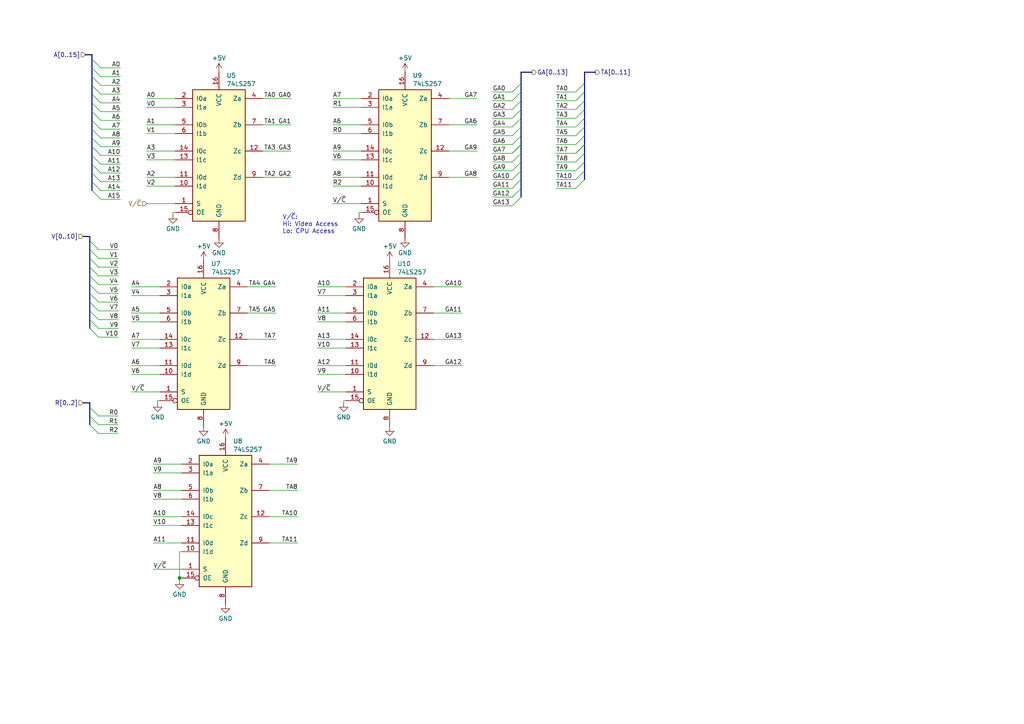
<source format=kicad_sch>
(kicad_sch (version 20231120) (generator "eeschema") (generator_version "8.0")
  (paper "A4")
  (title_block (title "EVA 86 (Epson Video Adapter)") (date "2024-10-12") (rev "v0.1") (company "100% Offner"))
  (lib_symbols
    (symbol "74xx:74LS257" (pin_names (offset 1.016))
      (property "Reference" "U" (at -7.62 19.05 0))
      (property "Value" "74LS257" (at -7.62 -21.59 0))
      (symbol "74LS257_1_0"
        (pin input line (at -12.7 -15.24 0) (length 5.08) (name "S") (number "1"))
        (pin input line (at -12.7 -10.16 0) (length 5.08) (name "I1d") (number "10"))
        (pin input line (at -12.7 -7.62 0) (length 5.08) (name "I0d") (number "11"))
        (pin tri_state line (at 12.7 0 180) (length 5.08) (name "Zc") (number "12"))
        (pin input line (at -12.7 -2.54 0) (length 5.08) (name "I1c") (number "13"))
        (pin input line (at -12.7 0 0) (length 5.08) (name "I0c") (number "14"))
        (pin input inverted (at -12.7 -17.78 0) (length 5.08) (name "OE") (number "15"))
        (pin power_in line (at 0 22.86 270) (length 5.08) (name "VCC") (number "16"))
        (pin input line (at -12.7 15.24 0) (length 5.08) (name "I0a") (number "2"))
        (pin input line (at -12.7 12.7 0) (length 5.08) (name "I1a") (number "3"))
        (pin tri_state line (at 12.7 15.24 180) (length 5.08) (name "Za") (number "4"))
        (pin input line (at -12.7 7.62 0) (length 5.08) (name "I0b") (number "5"))
        (pin input line (at -12.7 5.08 0) (length 5.08) (name "I1b") (number "6"))
        (pin tri_state line (at 12.7 7.62 180) (length 5.08) (name "Zb") (number "7"))
        (pin power_in line (at 0 -25.4 90) (length 5.08) (name "GND") (number "8"))
        (pin tri_state line (at 12.7 -7.62 180) (length 5.08) (name "Zd") (number "9"))
      )
      (symbol "74LS257_1_1"
        (rectangle (start -7.62 17.78) (end 7.62 -20.32) (stroke (width 0.254)) (fill (type background)))
      )
    )
    (symbol "power:+5V" (power) (pin_names (offset 0))
      (property "Value" "+5V" (at 0 3.556 0))
      (symbol "+5V_0_1"
        (polyline (pts (xy -0.762 1.27) (xy 0 2.54)))
        (polyline (pts (xy 0 0) (xy 0 2.54)))
        (polyline (pts (xy 0 2.54) (xy 0.762 1.27)))
      )
      (symbol "+5V_1_1"
        (pin power_in line (at 0 0 90) (length 0) hide (name "+5V") (number "1"))
      )
    )
    (symbol "power:GND" (power) (pin_names (offset 0))
      (property "Value" "GND" (at 0 -3.81 0))
      (symbol "GND_0_1"
        (polyline (pts (xy 0 0) (xy 0 -1.27) (xy 1.27 -1.27) (xy 0 -2.54) (xy -1.27 -1.27) (xy 0 -1.27)))
      )
      (symbol "GND_1_1"
        (pin power_in line (at 0 0 270) (length 0) hide (name "GND") (number "1"))
      )
    )
  )
  (junction (at 52.07 167.64))
  (bus_entry (at 169.545 44.45) (size -2.54 2.54))
  (bus_entry (at 26.67 50.165) (size 2.54 2.54))
  (bus_entry (at 151.13 36.83) (size -2.54 2.54))
  (bus_entry (at 26.035 90.17) (size 2.54 2.54))
  (bus_entry (at 151.13 41.91) (size -2.54 2.54))
  (bus_entry (at 26.035 118.11) (size 2.54 2.54))
  (bus_entry (at 26.035 82.55) (size 2.54 2.54))
  (bus_entry (at 169.545 29.21) (size -2.54 2.54))
  (bus_entry (at 26.035 72.39) (size 2.54 2.54))
  (bus_entry (at 26.035 87.63) (size 2.54 2.54))
  (bus_entry (at 26.035 123.19) (size 2.54 2.54))
  (bus_entry (at 26.67 52.705) (size 2.54 2.54))
  (bus_entry (at 151.13 46.99) (size -2.54 2.54))
  (bus_entry (at 26.67 22.225) (size 2.54 2.54))
  (bus_entry (at 151.13 29.21) (size -2.54 2.54))
  (bus_entry (at 169.545 52.07) (size -2.54 2.54))
  (bus_entry (at 169.545 39.37) (size -2.54 2.54))
  (bus_entry (at 169.545 34.29) (size -2.54 2.54))
  (bus_entry (at 169.545 24.13) (size -2.54 2.54))
  (bus_entry (at 151.13 31.75) (size -2.54 2.54))
  (bus_entry (at 26.035 92.71) (size 2.54 2.54))
  (bus_entry (at 151.13 57.15) (size -2.54 2.54))
  (bus_entry (at 151.13 52.07) (size -2.54 2.54))
  (bus_entry (at 151.13 41.91) (size -2.54 2.54))
  (bus_entry (at 169.545 46.99) (size -2.54 2.54))
  (bus_entry (at 26.67 19.685) (size 2.54 2.54))
  (bus_entry (at 169.545 41.91) (size -2.54 2.54))
  (bus_entry (at 26.035 74.93) (size 2.54 2.54))
  (bus_entry (at 151.13 39.37) (size -2.54 2.54))
  (bus_entry (at 26.67 42.545) (size 2.54 2.54))
  (bus_entry (at 26.67 47.625) (size 2.54 2.54))
  (bus_entry (at 26.035 85.09) (size 2.54 2.54))
  (bus_entry (at 26.035 69.85) (size 2.54 2.54))
  (bus_entry (at 26.67 24.765) (size 2.54 2.54))
  (bus_entry (at 169.545 36.83) (size -2.54 2.54))
  (bus_entry (at 169.545 49.53) (size -2.54 2.54))
  (bus_entry (at 26.67 17.145) (size 2.54 2.54))
  (bus_entry (at 151.13 44.45) (size -2.54 2.54))
  (bus_entry (at 169.545 41.91) (size -2.54 2.54))
  (bus_entry (at 26.67 55.245) (size 2.54 2.54))
  (bus_entry (at 26.67 40.005) (size 2.54 2.54))
  (bus_entry (at 26.67 37.465) (size 2.54 2.54))
  (bus_entry (at 151.13 49.53) (size -2.54 2.54))
  (bus_entry (at 151.13 54.61) (size -2.54 2.54))
  (bus_entry (at 26.035 77.47) (size 2.54 2.54))
  (bus_entry (at 169.545 31.75) (size -2.54 2.54))
  (bus_entry (at 26.035 120.65) (size 2.54 2.54))
  (bus_entry (at 26.67 34.925) (size 2.54 2.54))
  (bus_entry (at 151.13 24.13) (size -2.54 2.54))
  (bus_entry (at 26.67 32.385) (size 2.54 2.54))
  (bus_entry (at 169.545 26.67) (size -2.54 2.54))
  (bus_entry (at 26.035 80.01) (size 2.54 2.54))
  (bus_entry (at 151.13 26.67) (size -2.54 2.54))
  (bus_entry (at 26.67 27.305) (size 2.54 2.54))
  (bus_entry (at 26.035 95.25) (size 2.54 2.54))
  (bus_entry (at 26.67 29.845) (size 2.54 2.54))
  (bus_entry (at 26.67 45.085) (size 2.54 2.54))
  (bus_entry (at 151.13 34.29) (size -2.54 2.54))
  (bus (pts (xy 24.13 116.84) (xy 26.035 116.84)))
  (wire (pts (xy 148.59 49.53) (xy 142.875 49.53)))
  (wire (pts (xy 96.52 53.975) (xy 104.775 53.975)))
  (bus (pts (xy 26.67 24.765) (xy 26.67 27.305)))
  (bus (pts (xy 26.67 45.085) (xy 26.67 47.625)))
  (wire (pts (xy 167.005 36.83) (xy 161.29 36.83)))
  (wire (pts (xy 50.165 61.595) (xy 50.8 61.595)))
  (bus (pts (xy 26.035 77.47) (xy 26.035 80.01)))
  (wire (pts (xy 42.545 43.815) (xy 50.8 43.815)))
  (wire (pts (xy 76.2 36.195) (xy 84.455 36.195)))
  (wire (pts (xy 96.52 43.815) (xy 104.775 43.815)))
  (bus (pts (xy 26.035 68.58) (xy 26.035 69.85)))
  (bus (pts (xy 26.035 116.84) (xy 26.035 118.11)))
  (wire (pts (xy 167.005 54.61) (xy 161.29 54.61)))
  (wire (pts (xy 38.1 98.425) (xy 46.355 98.425)))
  (bus (pts (xy 26.67 42.545) (xy 26.67 45.085)))
  (wire (pts (xy 92.075 108.585) (xy 100.33 108.585)))
  (wire (pts (xy 167.005 34.29) (xy 161.29 34.29)))
  (wire (pts (xy 44.45 137.16) (xy 52.705 137.16)))
  (wire (pts (xy 28.575 97.79) (xy 34.29 97.79)))
  (bus (pts (xy 169.545 46.99) (xy 169.545 49.53)))
  (wire (pts (xy 44.45 134.62) (xy 52.705 134.62)))
  (wire (pts (xy 42.545 53.975) (xy 50.8 53.975)))
  (wire (pts (xy 148.59 36.83) (xy 142.875 36.83)))
  (bus (pts (xy 26.67 37.465) (xy 26.67 40.005)))
  (wire (pts (xy 148.59 46.99) (xy 142.875 46.99)))
  (wire (pts (xy 28.575 125.73) (xy 34.29 125.73)))
  (wire (pts (xy 167.005 29.21) (xy 161.29 29.21)))
  (wire (pts (xy 44.45 157.48) (xy 52.705 157.48)))
  (wire (pts (xy 96.52 36.195) (xy 104.775 36.195)))
  (wire (pts (xy 29.21 24.765) (xy 34.925 24.765)))
  (wire (pts (xy 130.175 51.435) (xy 138.43 51.435)))
  (wire (pts (xy 78.105 157.48) (xy 86.36 157.48)))
  (bus (pts (xy 26.035 72.39) (xy 26.035 74.93)))
  (wire (pts (xy 92.075 93.345) (xy 100.33 93.345)))
  (wire (pts (xy 148.59 52.07) (xy 142.875 52.07)))
  (wire (pts (xy 42.545 31.115) (xy 50.8 31.115)))
  (wire (pts (xy 148.59 34.29) (xy 142.875 34.29)))
  (wire (pts (xy 167.005 44.45) (xy 161.29 44.45)))
  (wire (pts (xy 28.575 90.17) (xy 34.29 90.17)))
  (wire (pts (xy 71.755 83.185) (xy 80.01 83.185)))
  (wire (pts (xy 52.07 167.64) (xy 52.07 168.275)))
  (wire (pts (xy 45.72 116.205) (xy 45.72 116.84)))
  (wire (pts (xy 42.545 46.355) (xy 50.8 46.355)))
  (bus (pts (xy 169.545 49.53) (xy 169.545 52.07)))
  (bus (pts (xy 26.67 19.685) (xy 26.67 22.225)))
  (wire (pts (xy 28.575 80.01) (xy 34.29 80.01)))
  (wire (pts (xy 29.21 37.465) (xy 34.925 37.465)))
  (wire (pts (xy 125.73 98.425) (xy 133.985 98.425)))
  (bus (pts (xy 26.67 27.305) (xy 26.67 29.845)))
  (bus (pts (xy 151.13 54.61) (xy 151.13 57.15)))
  (wire (pts (xy 92.075 98.425) (xy 100.33 98.425)))
  (bus (pts (xy 26.67 47.625) (xy 26.67 50.165)))
  (wire (pts (xy 29.21 27.305) (xy 34.925 27.305)))
  (wire (pts (xy 92.075 85.725) (xy 100.33 85.725)))
  (wire (pts (xy 148.59 26.67) (xy 142.875 26.67)))
  (wire (pts (xy 38.1 85.725) (xy 46.355 85.725)))
  (wire (pts (xy 96.52 28.575) (xy 104.775 28.575)))
  (wire (pts (xy 29.21 55.245) (xy 34.925 55.245)))
  (bus (pts (xy 169.545 26.67) (xy 169.545 29.21)))
  (wire (pts (xy 167.005 49.53) (xy 161.29 49.53)))
  (wire (pts (xy 38.1 113.665) (xy 46.355 113.665)))
  (bus (pts (xy 26.035 90.17) (xy 26.035 92.71)))
  (wire (pts (xy 167.005 39.37) (xy 161.29 39.37)))
  (wire (pts (xy 42.545 36.195) (xy 50.8 36.195)))
  (wire (pts (xy 28.575 87.63) (xy 34.29 87.63)))
  (bus (pts (xy 26.035 92.71) (xy 26.035 95.25)))
  (bus (pts (xy 24.765 15.875) (xy 26.67 15.875)))
  (wire (pts (xy 50.165 61.595) (xy 50.165 62.23)))
  (wire (pts (xy 96.52 38.735) (xy 104.775 38.735)))
  (bus (pts (xy 169.545 29.21) (xy 169.545 31.75)))
  (bus (pts (xy 151.13 24.13) (xy 151.13 26.67)))
  (wire (pts (xy 125.73 106.045) (xy 133.985 106.045)))
  (bus (pts (xy 26.035 85.09) (xy 26.035 87.63)))
  (wire (pts (xy 29.21 50.165) (xy 34.925 50.165)))
  (wire (pts (xy 38.1 108.585) (xy 46.355 108.585)))
  (wire (pts (xy 148.59 31.75) (xy 142.875 31.75)))
  (bus (pts (xy 151.13 20.955) (xy 151.13 24.13)))
  (bus (pts (xy 151.13 39.37) (xy 151.13 41.91)))
  (wire (pts (xy 130.175 36.195) (xy 138.43 36.195)))
  (wire (pts (xy 52.07 167.64) (xy 52.705 167.64)))
  (wire (pts (xy 44.45 142.24) (xy 52.705 142.24)))
  (wire (pts (xy 167.005 26.67) (xy 161.29 26.67)))
  (bus (pts (xy 26.035 118.11) (xy 26.035 120.65)))
  (wire (pts (xy 125.73 83.185) (xy 133.985 83.185)))
  (wire (pts (xy 96.52 59.055) (xy 104.775 59.055)))
  (bus (pts (xy 26.67 29.845) (xy 26.67 32.385)))
  (wire (pts (xy 28.575 72.39) (xy 34.29 72.39)))
  (wire (pts (xy 38.1 90.805) (xy 46.355 90.805)))
  (bus (pts (xy 169.545 20.955) (xy 169.545 24.13)))
  (wire (pts (xy 29.21 32.385) (xy 34.925 32.385)))
  (wire (pts (xy 42.545 38.735) (xy 50.8 38.735)))
  (bus (pts (xy 151.13 31.75) (xy 151.13 34.29)))
  (wire (pts (xy 78.105 149.86) (xy 86.36 149.86)))
  (wire (pts (xy 125.73 90.805) (xy 133.985 90.805)))
  (wire (pts (xy 71.755 98.425) (xy 80.01 98.425)))
  (wire (pts (xy 130.175 43.815) (xy 138.43 43.815)))
  (wire (pts (xy 92.075 106.045) (xy 100.33 106.045)))
  (wire (pts (xy 42.545 59.055) (xy 50.8 59.055)))
  (wire (pts (xy 167.005 52.07) (xy 161.29 52.07)))
  (bus (pts (xy 26.67 22.225) (xy 26.67 24.765)))
  (wire (pts (xy 148.59 59.69) (xy 142.875 59.69)))
  (wire (pts (xy 130.175 28.575) (xy 138.43 28.575)))
  (wire (pts (xy 28.575 92.71) (xy 34.29 92.71)))
  (bus (pts (xy 26.035 80.01) (xy 26.035 82.55)))
  (wire (pts (xy 28.575 120.65) (xy 34.29 120.65)))
  (bus (pts (xy 151.13 34.29) (xy 151.13 36.83)))
  (wire (pts (xy 76.2 51.435) (xy 84.455 51.435)))
  (bus (pts (xy 24.13 68.58) (xy 26.035 68.58)))
  (bus (pts (xy 26.67 34.925) (xy 26.67 37.465)))
  (wire (pts (xy 161.29 41.91) (xy 167.005 41.91)))
  (bus (pts (xy 26.035 82.55) (xy 26.035 85.09)))
  (wire (pts (xy 28.575 85.09) (xy 34.29 85.09)))
  (wire (pts (xy 92.075 83.185) (xy 100.33 83.185)))
  (wire (pts (xy 29.21 57.785) (xy 34.925 57.785)))
  (wire (pts (xy 28.575 82.55) (xy 34.29 82.55)))
  (wire (pts (xy 29.21 45.085) (xy 34.925 45.085)))
  (wire (pts (xy 52.705 160.02) (xy 52.07 160.02)))
  (bus (pts (xy 26.035 120.65) (xy 26.035 123.19)))
  (wire (pts (xy 28.575 95.25) (xy 34.29 95.25)))
  (bus (pts (xy 26.67 32.385) (xy 26.67 34.925)))
  (wire (pts (xy 142.875 41.91) (xy 148.59 41.91)))
  (bus (pts (xy 151.13 36.83) (xy 151.13 39.37)))
  (bus (pts (xy 151.13 44.45) (xy 151.13 46.99)))
  (wire (pts (xy 29.21 19.685) (xy 34.925 19.685)))
  (bus (pts (xy 169.545 41.91) (xy 169.545 44.45)))
  (wire (pts (xy 29.21 34.925) (xy 34.925 34.925)))
  (wire (pts (xy 42.545 51.435) (xy 50.8 51.435)))
  (wire (pts (xy 28.575 74.93) (xy 34.29 74.93)))
  (bus (pts (xy 26.035 69.85) (xy 26.035 72.39)))
  (wire (pts (xy 29.21 52.705) (xy 34.925 52.705)))
  (bus (pts (xy 151.13 41.91) (xy 151.13 44.45)))
  (bus (pts (xy 151.13 26.67) (xy 151.13 29.21)))
  (wire (pts (xy 96.52 51.435) (xy 104.775 51.435)))
  (wire (pts (xy 44.45 152.4) (xy 52.705 152.4)))
  (bus (pts (xy 26.67 52.705) (xy 26.67 55.245)))
  (bus (pts (xy 151.13 46.99) (xy 151.13 49.53)))
  (wire (pts (xy 167.005 31.75) (xy 161.29 31.75)))
  (bus (pts (xy 26.035 87.63) (xy 26.035 90.17)))
  (bus (pts (xy 169.545 31.75) (xy 169.545 34.29)))
  (wire (pts (xy 148.59 57.15) (xy 142.875 57.15)))
  (bus (pts (xy 151.13 49.53) (xy 151.13 52.07)))
  (wire (pts (xy 29.21 42.545) (xy 34.925 42.545)))
  (wire (pts (xy 78.105 142.24) (xy 86.36 142.24)))
  (wire (pts (xy 38.1 93.345) (xy 46.355 93.345)))
  (bus (pts (xy 26.67 50.165) (xy 26.67 52.705)))
  (wire (pts (xy 92.075 90.805) (xy 100.33 90.805)))
  (wire (pts (xy 96.52 46.355) (xy 104.775 46.355)))
  (wire (pts (xy 76.2 43.815) (xy 84.455 43.815)))
  (wire (pts (xy 71.755 106.045) (xy 80.01 106.045)))
  (bus (pts (xy 154.305 20.955) (xy 151.13 20.955)))
  (wire (pts (xy 71.755 90.805) (xy 80.01 90.805)))
  (bus (pts (xy 26.67 15.875) (xy 26.67 17.145)))
  (wire (pts (xy 38.1 83.185) (xy 46.355 83.185)))
  (bus (pts (xy 151.13 52.07) (xy 151.13 54.61)))
  (wire (pts (xy 167.005 46.99) (xy 161.29 46.99)))
  (wire (pts (xy 29.21 29.845) (xy 34.925 29.845)))
  (wire (pts (xy 42.545 28.575) (xy 50.8 28.575)))
  (wire (pts (xy 99.695 116.205) (xy 100.33 116.205)))
  (wire (pts (xy 29.21 47.625) (xy 34.925 47.625)))
  (bus (pts (xy 169.545 34.29) (xy 169.545 36.83)))
  (wire (pts (xy 28.575 123.19) (xy 34.29 123.19)))
  (bus (pts (xy 26.035 74.93) (xy 26.035 77.47)))
  (wire (pts (xy 29.21 40.005) (xy 34.925 40.005)))
  (wire (pts (xy 45.72 116.205) (xy 46.355 116.205)))
  (bus (pts (xy 26.67 40.005) (xy 26.67 42.545)))
  (wire (pts (xy 104.14 61.595) (xy 104.14 62.23)))
  (bus (pts (xy 169.545 36.83) (xy 169.545 39.37)))
  (bus (pts (xy 26.67 17.145) (xy 26.67 19.685)))
  (bus (pts (xy 151.13 29.21) (xy 151.13 31.75)))
  (bus (pts (xy 169.545 44.45) (xy 169.545 46.99)))
  (wire (pts (xy 148.59 44.45) (xy 142.875 44.45)))
  (wire (pts (xy 44.45 165.1) (xy 52.705 165.1)))
  (wire (pts (xy 96.52 31.115) (xy 104.775 31.115)))
  (wire (pts (xy 104.14 61.595) (xy 104.775 61.595)))
  (wire (pts (xy 38.1 106.045) (xy 46.355 106.045)))
  (wire (pts (xy 78.105 134.62) (xy 86.36 134.62)))
  (bus (pts (xy 169.545 24.13) (xy 169.545 26.67)))
  (wire (pts (xy 38.1 100.965) (xy 46.355 100.965)))
  (wire (pts (xy 92.075 113.665) (xy 100.33 113.665)))
  (wire (pts (xy 44.45 144.78) (xy 52.705 144.78)))
  (wire (pts (xy 44.45 149.86) (xy 52.705 149.86)))
  (wire (pts (xy 99.695 116.205) (xy 99.695 116.84)))
  (wire (pts (xy 52.07 160.02) (xy 52.07 167.64)))
  (wire (pts (xy 28.575 77.47) (xy 34.29 77.47)))
  (wire (pts (xy 148.59 54.61) (xy 142.875 54.61)))
  (bus (pts (xy 172.72 20.955) (xy 169.545 20.955)))
  (wire (pts (xy 29.21 22.225) (xy 34.925 22.225)))
  (bus (pts (xy 169.545 39.37) (xy 169.545 41.91)))
  (wire (pts (xy 76.2 28.575) (xy 84.455 28.575)))
  (wire (pts (xy 148.59 39.37) (xy 142.875 39.37)))
  (wire (pts (xy 148.59 29.21) (xy 142.875 29.21)))
  (wire (pts (xy 92.075 100.965) (xy 100.33 100.965)))
  (text "V/~{C}:\nHi: Video Access\nLo: CPU Access" (at 81.915 67.945 0) (effects (font (size 1.27 1.27)) (justify left bottom)))
  (label "V7" (at 34.29 90.17 180))
  (label "V4" (at 38.1 85.725 0))
  (label "GA9" (at 142.875 49.53 0))
  (label "A3" (at 42.545 43.815 0))
  (label "TA2" (at 80.01 51.435 180))
  (label "A11" (at 34.925 47.625 180))
  (label "V{slash}~{C}" (at 96.52 59.055 0))
  (label "A0" (at 42.545 28.575 0))
  (label "V8" (at 44.45 144.78 0))
  (label "TA7" (at 80.01 98.425 180))
  (label "GA4" (at 142.875 36.83 0))
  (label "A8" (at 34.925 40.005 180))
  (label "GA2" (at 142.875 31.75 0))
  (label "A6" (at 34.925 34.925 180))
  (label "GA9" (at 138.43 43.815 180))
  (label "TA6" (at 161.29 41.91 0))
  (label "GA5" (at 142.875 39.37 0))
  (label "V0" (at 42.545 31.115 0))
  (label "GA7" (at 142.875 44.45 0))
  (label "V6" (at 34.29 87.63 180))
  (label "TA9" (at 86.36 134.62 180))
  (label "V7" (at 92.075 85.725 0))
  (label "A13" (at 92.075 98.425 0))
  (label "V8" (at 92.075 93.345 0))
  (label "TA9" (at 161.29 49.53 0))
  (label "GA10" (at 133.985 83.185 180))
  (label "TA10" (at 86.36 149.86 180))
  (label "V9" (at 44.45 137.16 0))
  (label "TA8" (at 161.29 46.99 0))
  (label "GA8" (at 142.875 46.99 0))
  (label "V9" (at 92.075 108.585 0))
  (label "A2" (at 34.925 24.765 180))
  (label "V3" (at 42.545 46.355 0))
  (label "TA5" (at 161.29 39.37 0))
  (label "GA5" (at 80.01 90.805 180))
  (label "TA7" (at 161.29 44.45 0))
  (label "A5" (at 34.925 32.385 180))
  (label "GA3" (at 84.455 43.815 180))
  (label "R0" (at 34.29 120.65 180))
  (label "V2" (at 34.29 77.47 180))
  (label "GA12" (at 133.985 106.045 180))
  (label "A9" (at 96.52 43.815 0))
  (label "V10" (at 44.45 152.4 0))
  (label "A7" (at 34.925 37.465 180))
  (label "R1" (at 34.29 123.19 180))
  (label "A15" (at 34.925 57.785 180))
  (label "A11" (at 44.45 157.48 0))
  (label "TA2" (at 161.29 31.75 0))
  (label "A10" (at 92.075 83.185 0))
  (label "A9" (at 34.925 42.545 180))
  (label "V{slash}~{C}" (at 92.075 113.665 0))
  (label "A5" (at 38.1 90.805 0))
  (label "A4" (at 34.925 29.845 180))
  (label "TA0" (at 80.01 28.575 180))
  (label "A1" (at 34.925 22.225 180))
  (label "R1" (at 96.52 31.115 0))
  (label "TA8" (at 86.36 142.24 180))
  (label "GA11" (at 133.985 90.805 180))
  (label "V{slash}~{C}" (at 44.45 165.1 0))
  (label "GA7" (at 138.43 28.575 180))
  (label "A7" (at 96.52 28.575 0))
  (label "A11" (at 92.075 90.805 0))
  (label "V1" (at 34.29 74.93 180))
  (label "GA6" (at 138.43 36.195 180))
  (label "V5" (at 34.29 85.09 180))
  (label "TA5" (at 75.565 90.805 180))
  (label "GA12" (at 142.875 57.15 0))
  (label "GA13" (at 142.875 59.69 0))
  (label "V9" (at 34.29 95.25 180))
  (label "TA4" (at 75.565 83.185 180))
  (label "A8" (at 96.52 51.435 0))
  (label "GA10" (at 142.875 52.07 0))
  (label "A10" (at 44.45 149.86 0))
  (label "GA13" (at 133.985 98.425 180))
  (label "A0" (at 34.925 19.685 180))
  (label "TA6" (at 80.01 106.045 180))
  (label "V3" (at 34.29 80.01 180))
  (label "V{slash}~{C}" (at 38.1 113.665 0))
  (label "V10" (at 34.29 97.79 180))
  (label "GA2" (at 84.455 51.435 180))
  (label "TA11" (at 161.29 54.61 0))
  (label "A7" (at 38.1 98.425 0))
  (label "V2" (at 42.545 53.975 0))
  (label "TA3" (at 161.29 34.29 0))
  (label "A12" (at 34.925 50.165 180))
  (label "A12" (at 92.075 106.045 0))
  (label "GA6" (at 142.875 41.91 0))
  (label "V10" (at 92.075 100.965 0))
  (label "A1" (at 42.545 36.195 0))
  (label "GA0" (at 142.875 26.67 0))
  (label "A13" (at 34.925 52.705 180))
  (label "V6" (at 96.52 46.355 0))
  (label "GA1" (at 142.875 29.21 0))
  (label "V5" (at 38.1 93.345 0))
  (label "GA11" (at 142.875 54.61 0))
  (label "TA4" (at 161.29 36.83 0))
  (label "V0" (at 34.29 72.39 180))
  (label "R2" (at 34.29 125.73 180))
  (label "GA4" (at 80.01 83.185 180))
  (label "TA3" (at 80.01 43.815 180))
  (label "A14" (at 34.925 55.245 180))
  (label "R2" (at 96.52 53.975 0))
  (label "GA1" (at 84.455 36.195 180))
  (label "GA0" (at 84.455 28.575 180))
  (label "V1" (at 42.545 38.735 0))
  (label "A8" (at 44.45 142.24 0))
  (label "V7" (at 38.1 100.965 0))
  (label "A2" (at 42.545 51.435 0))
  (label "TA11" (at 86.36 157.48 180))
  (label "A6" (at 96.52 36.195 0))
  (label "V8" (at 34.29 92.71 180))
  (label "A4" (at 38.1 83.185 0))
  (label "A10" (at 34.925 45.085 180))
  (label "GA3" (at 142.875 34.29 0))
  (label "TA1" (at 161.29 29.21 0))
  (label "A9" (at 44.45 134.62 0))
  (label "TA1" (at 80.01 36.195 180))
  (label "TA10" (at 161.29 52.07 0))
  (label "TA0" (at 161.29 26.67 0))
  (label "R0" (at 96.52 38.735 0))
  (label "V6" (at 38.1 108.585 0))
  (label "GA8" (at 138.43 51.435 180))
  (label "A3" (at 34.925 27.305 180))
  (label "V4" (at 34.29 82.55 180))
  (label "A6" (at 38.1 106.045 0))
  (hierarchical_label "V[0..10]" (shape input) (at 24.13 68.58 180))
  (hierarchical_label "V{slash}~{C}" (shape input) (at 42.545 59.055 180))
  (hierarchical_label "R[0..2]" (shape input) (at 24.13 116.84 180))
  (hierarchical_label "TA[0..11]" (shape output) (at 172.72 20.955 0))
  (hierarchical_label "A[0..15]" (shape input) (at 24.765 15.875 180))
  (hierarchical_label "GA[0..13]" (shape output) (at 154.305 20.955 0))
  (symbol (lib_id "power:GND") (at 117.475 69.215 0) (unit 1)
    (property "Reference" "#PWR032" (effects (hide yes)))
    (property "Value" "GND" (at 117.475 73.3481 0))
  )
  (symbol (lib_id "power:GND") (at 52.07 168.275 0) (unit 1)
    (property "Reference" "#PWR037" (effects (hide yes)))
    (property "Value" "GND" (at 52.07 172.4081 0))
  )
  (symbol (lib_id "power:GND") (at 50.165 62.23 0) (unit 1)
    (property "Reference" "#PWR035" (effects (hide yes)))
    (property "Value" "GND" (at 50.165 66.3631 0))
  )
  (symbol (lib_id "power:GND") (at 45.72 116.84 0) (unit 1)
    (property "Reference" "#PWR036" (effects (hide yes)))
    (property "Value" "GND" (at 45.72 120.9731 0))
  )
  (symbol (lib_id "power:+5V") (at 113.03 75.565 0) (unit 1)
    (property "Reference" "#PWR033" (effects (hide yes)))
    (property "Value" "+5V" (at 113.03 71.4319 0))
  )
  (symbol (lib_id "74xx:74LS257") (at 113.03 98.425 0) (unit 1)
    (property "Reference" "U10" (at 115.2241 76.5007 0) (effects (justify left)))
    (property "Value" "74LS257" (at 115.2241 78.9249 0) (effects (justify left)))
    (property "Footprint" "Package_DIP:DIP-16_W7.62mm_LongPads" (effects (hide yes)))
    (property "Datasheet" "http://www.ti.com/lit/gpn/sn74LS257" (effects (hide yes)))
  )
  (symbol (lib_id "power:GND") (at 59.055 123.825 0) (unit 1)
    (property "Reference" "#PWR028" (effects (hide yes)))
    (property "Value" "GND" (at 59.055 127.9581 0))
  )
  (symbol (lib_id "power:+5V") (at 117.475 20.955 0) (unit 1)
    (property "Reference" "#PWR031" (effects (hide yes)))
    (property "Value" "+5V" (at 117.475 16.8219 0))
  )
  (symbol (lib_id "74xx:74LS257") (at 63.5 43.815 0) (unit 1)
    (property "Reference" "U5" (at 65.6941 21.8907 0) (effects (justify left)))
    (property "Value" "74LS257" (at 65.6941 24.3149 0) (effects (justify left)))
    (property "Footprint" "Package_DIP:DIP-16_W7.62mm_LongPads" (effects (hide yes)))
    (property "Datasheet" "http://www.ti.com/lit/gpn/sn74LS257" (effects (hide yes)))
  )
  (symbol (lib_id "74xx:74LS257") (at 59.055 98.425 0) (unit 1)
    (property "Reference" "U7" (at 61.2491 76.5007 0) (effects (justify left)))
    (property "Value" "74LS257" (at 61.2491 78.9249 0) (effects (justify left)))
    (property "Footprint" "Package_DIP:DIP-16_W7.62mm_LongPads" (effects (hide yes)))
    (property "Datasheet" "http://www.ti.com/lit/gpn/sn74LS257" (effects (hide yes)))
  )
  (symbol (lib_id "74xx:74LS257") (at 117.475 43.815 0) (unit 1)
    (property "Reference" "U9" (at 119.6691 21.8907 0) (effects (justify left)))
    (property "Value" "74LS257" (at 119.6691 24.3149 0) (effects (justify left)))
    (property "Footprint" "Package_DIP:DIP-16_W7.62mm_LongPads" (effects (hide yes)))
    (property "Datasheet" "http://www.ti.com/lit/gpn/sn74LS257" (effects (hide yes)))
  )
  (symbol (lib_id "power:GND") (at 104.14 62.23 0) (unit 1)
    (property "Reference" "#PWR039" (effects (hide yes)))
    (property "Value" "GND" (at 104.14 66.3631 0))
  )
  (symbol (lib_id "power:+5V") (at 63.5 20.955 0) (unit 1)
    (property "Reference" "#PWR022" (effects (hide yes)))
    (property "Value" "+5V" (at 63.5 16.8219 0))
  )
  (symbol (lib_id "power:GND") (at 63.5 69.215 0) (unit 1)
    (property "Reference" "#PWR023" (effects (hide yes)))
    (property "Value" "GND" (at 63.5 73.3481 0))
  )
  (symbol (lib_id "power:GND") (at 99.695 116.84 0) (unit 1)
    (property "Reference" "#PWR038" (effects (hide yes)))
    (property "Value" "GND" (at 99.695 120.9731 0))
  )
  (symbol (lib_id "power:+5V") (at 65.405 127 0) (unit 1)
    (property "Reference" "#PWR029" (effects (hide yes)))
    (property "Value" "+5V" (at 65.405 122.8669 0))
  )
  (symbol (lib_id "power:GND") (at 65.405 175.26 0) (unit 1)
    (property "Reference" "#PWR030" (effects (hide yes)))
    (property "Value" "GND" (at 65.405 179.3931 0))
  )
  (symbol (lib_id "74xx:74LS257") (at 65.405 149.86 0) (unit 1)
    (property "Reference" "U8" (at 67.5991 127.9357 0) (effects (justify left)))
    (property "Value" "74LS257" (at 67.5991 130.3599 0) (effects (justify left)))
    (property "Footprint" "Package_DIP:DIP-16_W7.62mm_LongPads" (effects (hide yes)))
    (property "Datasheet" "http://www.ti.com/lit/gpn/sn74LS257" (effects (hide yes)))
  )
  (symbol (lib_id "power:GND") (at 113.03 123.825 0) (unit 1)
    (property "Reference" "#PWR034" (effects (hide yes)))
    (property "Value" "GND" (at 113.03 127.9581 0))
  )
  (symbol (lib_id "power:+5V") (at 59.055 75.565 0) (unit 1)
    (property "Reference" "#PWR027" (effects (hide yes)))
    (property "Value" "+5V" (at 59.055 71.4319 0))
  )
)
</source>
